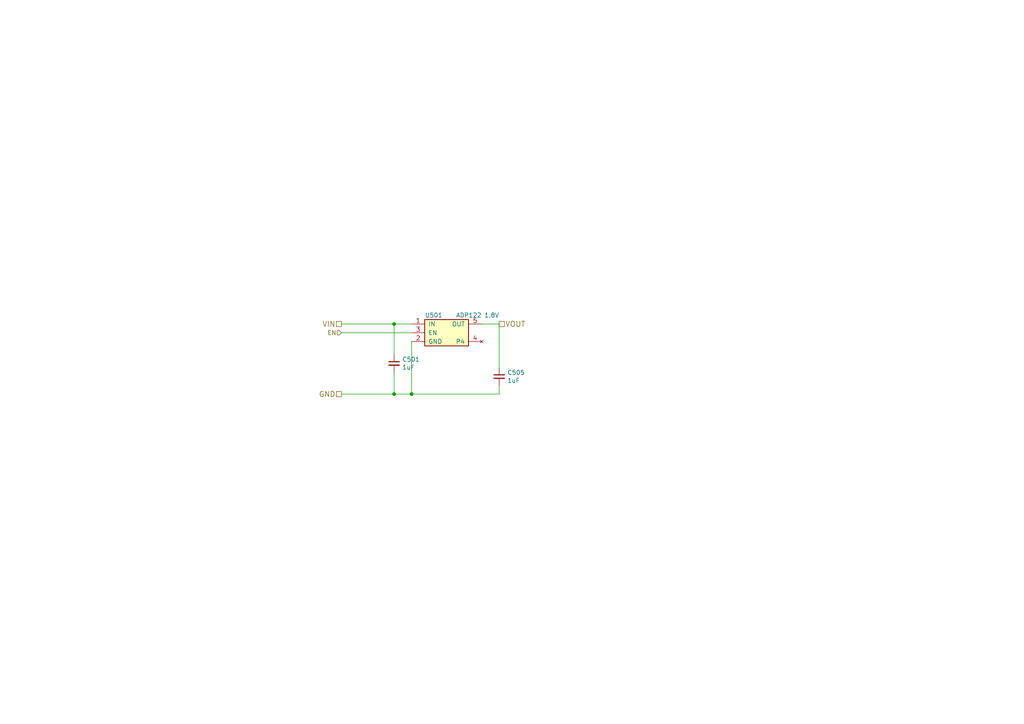
<source format=kicad_sch>
(kicad_sch (version 20211123) (generator eeschema)
  (paper "A4")
  (lib_symbols
    (symbol "Device:C_Small" (pin_numbers hide) (pin_names (offset 0.254) hide)
      (property "Reference" "C" (at 0.254 1.778 0))
      (property "Value" "C_Small" (at 0.254 -2.032 0))
      (symbol "C_Small_0_1"
        (polyline (pts (xy -1.524 -0.508) (xy 1.524 -0.508)) (stroke (width 0.3302)))
        (polyline (pts (xy -1.524 0.508) (xy 1.524 0.508)) (stroke (width 0.3048)))
      )
      (symbol "C_Small_1_1"
        (pin passive line (at 0 2.54 270) (length 2.032) (name "~") (number "1"))
        (pin passive line (at 0 -2.54 90) (length 2.032) (name "~") (number "2"))
      )
    )
    (symbol "KwanSystems:ADP122" (pin_names (offset 1.016))
      (property "Reference" "U" (at -6.35 5.08 0))
      (property "Value" "ADP122" (at 15.24 5.08 0))
      (symbol "ADP122_0_1"
        (rectangle (start -6.35 3.81) (end 6.35 -3.81) (stroke (width 0.254)) (fill (type background)))
      )
      (symbol "ADP122_1_1"
        (pin power_in line (at -10.16 2.54 0) (length 3.81) (name "IN") (number "1"))
        (pin power_in line (at -10.16 -2.54 0) (length 3.81) (name "GND") (number "2"))
        (pin input line (at -10.16 0 0) (length 3.81) (name "EN") (number "3"))
        (pin no_connect line (at 10.16 -2.54 180) (length 3.81) (name "P4") (number "4"))
        (pin power_out line (at 10.16 2.54 180) (length 3.81) (name "OUT") (number "5"))
      )
    )
  )
  (junction (at 114.3 93.98))
  (junction (at 114.3 114.3))
  (junction (at 119.38 114.3))
  (wire (pts (xy 114.3 93.98) (xy 114.3 102.87)))
  (wire (pts (xy 99.06 114.3) (xy 114.3 114.3)))
  (wire (pts (xy 144.78 114.3) (xy 144.78 111.76)))
  (wire (pts (xy 119.38 99.06) (xy 119.38 114.3)))
  (wire (pts (xy 119.38 114.3) (xy 144.78 114.3)))
  (wire (pts (xy 144.78 106.68) (xy 144.78 93.98)))
  (wire (pts (xy 114.3 93.98) (xy 119.38 93.98)))
  (wire (pts (xy 114.3 114.3) (xy 119.38 114.3)))
  (wire (pts (xy 99.06 93.98) (xy 114.3 93.98)))
  (wire (pts (xy 144.78 93.98) (xy 139.7 93.98)))
  (wire (pts (xy 99.06 96.52) (xy 119.38 96.52)))
  (wire (pts (xy 114.3 114.3) (xy 114.3 107.95)))
  (hierarchical_label "VOUT" (shape passive) (at 144.78 93.98 0) (effects (font (size 1.524 1.524))))
  (hierarchical_label "VIN" (shape passive) (at 99.06 93.98 180) (effects (font (size 1.524 1.524))))
  (hierarchical_label "GND" (shape passive) (at 99.06 114.3 180) (effects (font (size 1.524 1.524))))
  (hierarchical_label "EN" (shape input) (at 99.06 96.52 180))
  (symbol (lib_id "KwanSystems:ADP122") (at 129.54 96.52 0) (unit 1)
    (property "Reference" "U501" (at 123.19 91.44 0) (effects (justify left)))
    (property "Value" "ADP122 1.8V" (at 144.78 91.44 0) (effects (justify right)))
    (property "Footprint" "Package_TO_SOT_SMD:SOT-23-5" (effects hide))
    (property "Datasheet" "https://www.analog.com/media/en/technical-documentation/data-sheets/ADP122_123.pdf" (effects hide))
    (property "Digikey" "505-ADP122AUJZ-3.3-R7CT-ND" (effects hide))
    (property "Purpose" "Regulator" (effects hide))
  )
  (symbol (lib_id "Device:C_Small") (at 114.3 105.41 0) (unit 1)
    (property "Reference" "C501" (at 116.6368 104.2416 0) (effects (justify left)))
    (property "Value" "1uF" (at 116.6368 106.553 0) (effects (justify left)))
    (property "Footprint" "Capacitor_SMD:C_0402_1005Metric" (effects hide))
    (property "Datasheet" "https://product.tdk.com/info/en/catalog/datasheets/mlcc_commercial_general_en.pdf" (effects hide))
    (property "Purpose" "Regulator Input" (effects hide))
  )
  (symbol (lib_id "Device:C_Small") (at 144.78 109.22 0) (unit 1)
    (property "Reference" "C505" (at 147.1168 108.0516 0) (effects (justify left)))
    (property "Value" "1uF" (at 147.1168 110.363 0) (effects (justify left)))
    (property "Footprint" "Capacitor_SMD:C_0402_1005Metric" (effects hide))
    (property "Datasheet" "https://product.tdk.com/info/en/catalog/datasheets/mlcc_commercial_general_en.pdf" (effects hide))
    (property "Purpose" "Shoulder Regulator output" (effects hide))
    (property "Dielectric" "X5R" (effects hide))
    (property "Max Voltage" "6.3V" (effects hide))
    (property "Precision" "10%" (effects hide))
  )
)
</source>
